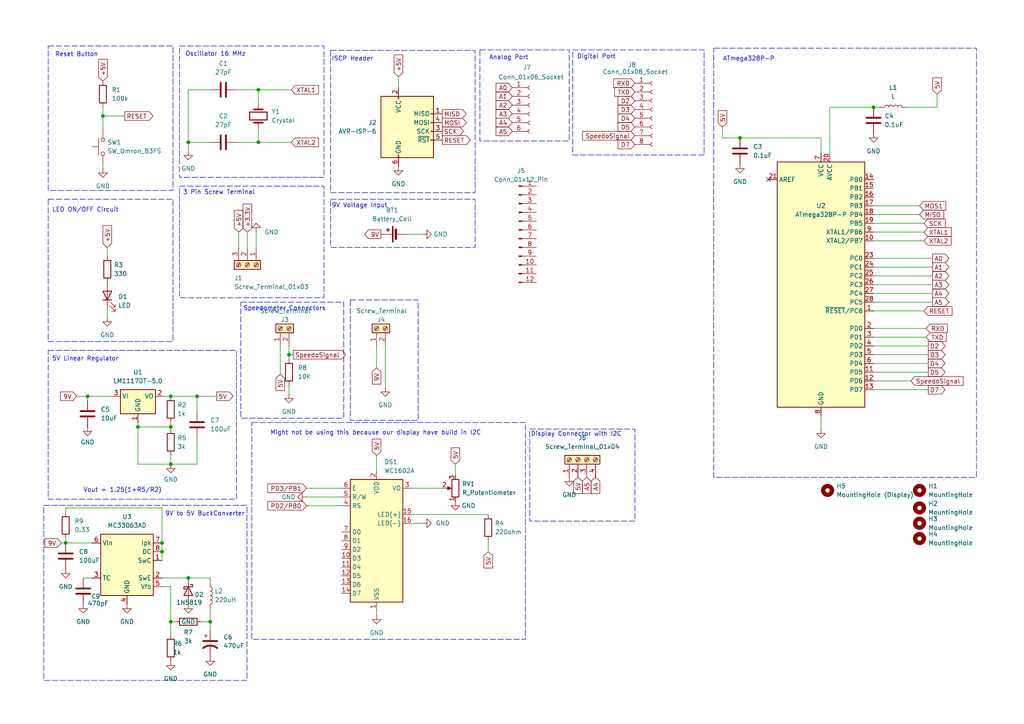
<source format=kicad_sch>
(kicad_sch (version 20231120) (generator "eeschema") (generator_version "8.0")
  (paper "A4")
  (lib_symbols
    (symbol "Connector:AVR-ISP-6" (pin_names (offset 1.016))
      (property "Reference" "J" (at -6.35 11.43 0))
      (property "Value" "AVR-ISP-6" (at 0 11.43 0))
      (symbol "AVR-ISP-6_1_1"
        (pin passive line (at 10.16 5.08 180) (length 2.54) (name "MISO") (number "1"))
        (pin passive line (at -2.54 12.7 270) (length 2.54) (name "VCC") (number "2"))
        (pin passive line (at 10.16 0 180) (length 2.54) (name "SCK") (number "3"))
        (pin passive line (at 10.16 2.54 180) (length 2.54) (name "MOSI") (number "4"))
        (pin passive line (at 10.16 -2.54 180) (length 2.54) (name "~{RST}") (number "5"))
        (pin passive line (at -2.54 -10.16 90) (length 2.54) (name "GND") (number "6"))
      )
    )
    (symbol "Connector:Conn_01x06_Socket" (pin_names (offset 1.016) hide)
      (property "Reference" "J" (at 0 7.62 0))
      (property "Value" "Conn_01x06_Socket" (at 0 -10.16 0))
      (symbol "Conn_01x06_Socket_1_1"
        (pin passive line (at -5.08 5.08 0) (length 3.81) (name "Pin_1") (number "1"))
        (pin passive line (at -5.08 2.54 0) (length 3.81) (name "Pin_2") (number "2"))
        (pin passive line (at -5.08 0 0) (length 3.81) (name "Pin_3") (number "3"))
        (pin passive line (at -5.08 -2.54 0) (length 3.81) (name "Pin_4") (number "4"))
        (pin passive line (at -5.08 -5.08 0) (length 3.81) (name "Pin_5") (number "5"))
        (pin passive line (at -5.08 -7.62 0) (length 3.81) (name "Pin_6") (number "6"))
      )
    )
    (symbol "Connector:Conn_01x08_Socket" (pin_names (offset 1.016) hide)
      (property "Reference" "J" (at 0 10.16 0))
      (property "Value" "Conn_01x08_Socket" (at 0 -12.7 0))
      (symbol "Conn_01x08_Socket_1_1"
        (pin passive line (at -5.08 7.62 0) (length 3.81) (name "Pin_1") (number "1"))
        (pin passive line (at -5.08 5.08 0) (length 3.81) (name "Pin_2") (number "2"))
        (pin passive line (at -5.08 2.54 0) (length 3.81) (name "Pin_3") (number "3"))
        (pin passive line (at -5.08 0 0) (length 3.81) (name "Pin_4") (number "4"))
        (pin passive line (at -5.08 -2.54 0) (length 3.81) (name "Pin_5") (number "5"))
        (pin passive line (at -5.08 -5.08 0) (length 3.81) (name "Pin_6") (number "6"))
        (pin passive line (at -5.08 -7.62 0) (length 3.81) (name "Pin_7") (number "7"))
        (pin passive line (at -5.08 -10.16 0) (length 3.81) (name "Pin_8") (number "8"))
      )
    )
    (symbol "Connector:Conn_01x12_Pin" (pin_names (offset 1.016) hide)
      (property "Reference" "J" (at 0 15.24 0))
      (property "Value" "Conn_01x12_Pin" (at 0 -17.78 0))
      (symbol "Conn_01x12_Pin_1_1"
        (pin passive line (at 5.08 12.7 180) (length 3.81) (name "Pin_1") (number "1"))
        (pin passive line (at 5.08 -10.16 180) (length 3.81) (name "Pin_10") (number "10"))
        (pin passive line (at 5.08 -12.7 180) (length 3.81) (name "Pin_11") (number "11"))
        (pin passive line (at 5.08 -15.24 180) (length 3.81) (name "Pin_12") (number "12"))
        (pin passive line (at 5.08 10.16 180) (length 3.81) (name "Pin_2") (number "2"))
        (pin passive line (at 5.08 7.62 180) (length 3.81) (name "Pin_3") (number "3"))
        (pin passive line (at 5.08 5.08 180) (length 3.81) (name "Pin_4") (number "4"))
        (pin passive line (at 5.08 2.54 180) (length 3.81) (name "Pin_5") (number "5"))
        (pin passive line (at 5.08 0 180) (length 3.81) (name "Pin_6") (number "6"))
        (pin passive line (at 5.08 -2.54 180) (length 3.81) (name "Pin_7") (number "7"))
        (pin passive line (at 5.08 -5.08 180) (length 3.81) (name "Pin_8") (number "8"))
        (pin passive line (at 5.08 -7.62 180) (length 3.81) (name "Pin_9") (number "9"))
      )
    )
    (symbol "Connector:Screw_Terminal_01x02" (pin_names (offset 1.016) hide)
      (property "Reference" "J" (at 0 2.54 0))
      (property "Value" "Screw_Terminal_01x02" (at 0 -5.08 0))
      (symbol "Screw_Terminal_01x02_1_1"
        (pin passive line (at -5.08 0 0) (length 3.81) (name "Pin_1") (number "1"))
        (pin passive line (at -5.08 -2.54 0) (length 3.81) (name "Pin_2") (number "2"))
      )
    )
    (symbol "Connector:Screw_Terminal_01x03" (pin_names (offset 1.016) hide)
      (property "Reference" "J" (at 0 5.08 0))
      (property "Value" "Screw_Terminal_01x03" (at 0 -5.08 0))
      (symbol "Screw_Terminal_01x03_1_1"
        (pin passive line (at -5.08 2.54 0) (length 3.81) (name "Pin_1") (number "1"))
        (pin passive line (at -5.08 0 0) (length 3.81) (name "Pin_2") (number "2"))
        (pin passive line (at -5.08 -2.54 0) (length 3.81) (name "Pin_3") (number "3"))
      )
    )
    (symbol "Connector:Screw_Terminal_01x04" (pin_names (offset 1.016) hide)
      (property "Reference" "J" (at 0 5.08 0))
      (property "Value" "Screw_Terminal_01x04" (at 0 -7.62 0))
      (symbol "Screw_Terminal_01x04_1_1"
        (pin passive line (at -5.08 2.54 0) (length 3.81) (name "Pin_1") (number "1"))
        (pin passive line (at -5.08 0 0) (length 3.81) (name "Pin_2") (number "2"))
        (pin passive line (at -5.08 -2.54 0) (length 3.81) (name "Pin_3") (number "3"))
        (pin passive line (at -5.08 -5.08 0) (length 3.81) (name "Pin_4") (number "4"))
      )
    )
    (symbol "Device:Battery_Cell" (pin_numbers hide) (pin_names (offset 0) hide)
      (property "Reference" "BT" (at 2.54 2.54 0))
      (property "Value" "Battery_Cell" (at 2.54 0 0))
      (symbol "Battery_Cell_1_1"
        (pin passive line (at 0 5.08 270) (length 2.54) (name "+") (number "1"))
        (pin passive line (at 0 -2.54 90) (length 2.54) (name "-") (number "2"))
      )
    )
    (symbol "Device:C" (pin_numbers hide) (pin_names (offset 0.254))
      (property "Reference" "C" (at 0.635 2.54 0))
      (property "Value" "C" (at 0.635 -2.54 0))
      (symbol "C_1_1"
        (pin passive line (at 0 3.81 270) (length 2.794) (name "~") (number "1"))
        (pin passive line (at 0 -3.81 90) (length 2.794) (name "~") (number "2"))
      )
    )
    (symbol "Device:C_Polarized_US" (pin_numbers hide) (pin_names (offset 0.254) hide)
      (property "Reference" "C" (at 0.635 2.54 0))
      (property "Value" "C_Polarized_US" (at 0.635 -2.54 0))
      (symbol "C_Polarized_US_1_1"
        (pin passive line (at 0 3.81 270) (length 2.794) (name "~") (number "1"))
        (pin passive line (at 0 -3.81 90) (length 3.302) (name "~") (number "2"))
      )
    )
    (symbol "Device:Crystal" (pin_numbers hide) (pin_names (offset 1.016) hide)
      (property "Reference" "Y" (at 0 3.81 0))
      (property "Value" "Crystal" (at 0 -3.81 0))
      (symbol "Crystal_1_1"
        (pin passive line (at -3.81 0 0) (length 1.27) (name "1") (number "1"))
        (pin passive line (at 3.81 0 180) (length 1.27) (name "2") (number "2"))
      )
    )
    (symbol "Device:L" (pin_numbers hide) (pin_names (offset 1.016) hide)
      (property "Reference" "L" (at -1.27 0 90))
      (property "Value" "L" (at 1.905 0 90))
      (symbol "L_1_1"
        (pin passive line (at 0 3.81 270) (length 1.27) (name "1") (number "1"))
        (pin passive line (at 0 -3.81 90) (length 1.27) (name "2") (number "2"))
      )
    )
    (symbol "Device:LED" (pin_numbers hide) (pin_names (offset 1.016) hide)
      (property "Reference" "D" (at 0 2.54 0))
      (property "Value" "LED" (at 0 -2.54 0))
      (symbol "LED_1_1"
        (pin passive line (at -3.81 0 0) (length 2.54) (name "K") (number "1"))
        (pin passive line (at 3.81 0 180) (length 2.54) (name "A") (number "2"))
      )
    )
    (symbol "Device:R" (pin_numbers hide) (pin_names (offset 0))
      (property "Reference" "R" (at 2.032 0 90))
      (property "Value" "R" (at 0 0 90))
      (symbol "R_1_1"
        (pin passive line (at 0 3.81 270) (length 1.27) (name "~") (number "1"))
        (pin passive line (at 0 -3.81 90) (length 1.27) (name "~") (number "2"))
      )
    )
    (symbol "Device:R_Potentiometer" (pin_names (offset 1.016) hide)
      (property "Reference" "RV" (at -4.445 0 90))
      (property "Value" "R_Potentiometer" (at -2.54 0 90))
      (symbol "R_Potentiometer_1_1"
        (pin passive line (at 0 3.81 270) (length 1.27) (name "1") (number "1"))
        (pin passive line (at 3.81 0 180) (length 1.27) (name "2") (number "2"))
        (pin passive line (at 0 -3.81 90) (length 1.27) (name "3") (number "3"))
      )
    )
    (symbol "Diode:1N5819" (pin_numbers hide) (pin_names (offset 1.016) hide)
      (property "Reference" "D" (at 0 2.54 0))
      (property "Value" "1N5819" (at 0 -2.54 0))
      (symbol "1N5819_1_1"
        (pin passive line (at -3.81 0 0) (length 2.54) (name "K") (number "1"))
        (pin passive line (at 3.81 0 180) (length 2.54) (name "A") (number "2"))
      )
    )
    (symbol "Display_Character:WC1602A"
      (property "Reference" "DS" (at -5.842 19.05 0))
      (property "Value" "WC1602A" (at 5.334 19.05 0))
      (symbol "WC1602A_1_1"
        (pin power_in line (at 0 -20.32 90) (length 2.54) (name "VSS") (number "1"))
        (pin input line (at -10.16 -5.08 0) (length 2.54) (name "D3") (number "10"))
        (pin input line (at -10.16 -7.62 0) (length 2.54) (name "D4") (number "11"))
        (pin input line (at -10.16 -10.16 0) (length 2.54) (name "D5") (number "12"))
        (pin input line (at -10.16 -12.7 0) (length 2.54) (name "D6") (number "13"))
        (pin input line (at -10.16 -15.24 0) (length 2.54) (name "D7") (number "14"))
        (pin power_in line (at 10.16 7.62 180) (length 2.54) (name "LED(+)") (number "15"))
        (pin power_in line (at 10.16 5.08 180) (length 2.54) (name "LED(-)") (number "16"))
        (pin power_in line (at 0 20.32 270) (length 2.54) (name "VDD") (number "2"))
        (pin input line (at 10.16 15.24 180) (length 2.54) (name "VO") (number "3"))
        (pin input line (at -10.16 10.16 0) (length 2.54) (name "RS") (number "4"))
        (pin input line (at -10.16 12.7 0) (length 2.54) (name "R/W") (number "5"))
        (pin input line (at -10.16 15.24 0) (length 2.54) (name "E") (number "6"))
        (pin input line (at -10.16 2.54 0) (length 2.54) (name "D0") (number "7"))
        (pin input line (at -10.16 0 0) (length 2.54) (name "D1") (number "8"))
        (pin input line (at -10.16 -2.54 0) (length 2.54) (name "D2") (number "9"))
      )
    )
    (symbol "MCU_Microchip_ATmega:ATmega328P-P"
      (property "Reference" "U" (at -12.7 36.83 0))
      (property "Value" "ATmega328P-P" (at 2.54 -36.83 0))
      (symbol "ATmega328P-P_1_1"
        (pin bidirectional line (at 15.24 -7.62 180) (length 2.54) (name "~{RESET}/PC6") (number "1"))
        (pin bidirectional line (at 15.24 12.7 180) (length 2.54) (name "XTAL2/PB7") (number "10"))
        (pin bidirectional line (at 15.24 -25.4 180) (length 2.54) (name "PD5") (number "11"))
        (pin bidirectional line (at 15.24 -27.94 180) (length 2.54) (name "PD6") (number "12"))
        (pin bidirectional line (at 15.24 -30.48 180) (length 2.54) (name "PD7") (number "13"))
        (pin bidirectional line (at 15.24 30.48 180) (length 2.54) (name "PB0") (number "14"))
        (pin bidirectional line (at 15.24 27.94 180) (length 2.54) (name "PB1") (number "15"))
        (pin bidirectional line (at 15.24 25.4 180) (length 2.54) (name "PB2") (number "16"))
        (pin bidirectional line (at 15.24 22.86 180) (length 2.54) (name "PB3") (number "17"))
        (pin bidirectional line (at 15.24 20.32 180) (length 2.54) (name "PB4") (number "18"))
        (pin bidirectional line (at 15.24 17.78 180) (length 2.54) (name "PB5") (number "19"))
        (pin bidirectional line (at 15.24 -12.7 180) (length 2.54) (name "PD0") (number "2"))
        (pin power_in line (at 2.54 38.1 270) (length 2.54) (name "AVCC") (number "20"))
        (pin passive line (at -15.24 30.48 0) (length 2.54) (name "AREF") (number "21"))
        (pin passive line (at 0 -38.1 90) (length 2.54) hide (name "GND") (number "22"))
        (pin bidirectional line (at 15.24 7.62 180) (length 2.54) (name "PC0") (number "23"))
        (pin bidirectional line (at 15.24 5.08 180) (length 2.54) (name "PC1") (number "24"))
        (pin bidirectional line (at 15.24 2.54 180) (length 2.54) (name "PC2") (number "25"))
        (pin bidirectional line (at 15.24 0 180) (length 2.54) (name "PC3") (number "26"))
        (pin bidirectional line (at 15.24 -2.54 180) (length 2.54) (name "PC4") (number "27"))
        (pin bidirectional line (at 15.24 -5.08 180) (length 2.54) (name "PC5") (number "28"))
        (pin bidirectional line (at 15.24 -15.24 180) (length 2.54) (name "PD1") (number "3"))
        (pin bidirectional line (at 15.24 -17.78 180) (length 2.54) (name "PD2") (number "4"))
        (pin bidirectional line (at 15.24 -20.32 180) (length 2.54) (name "PD3") (number "5"))
        (pin bidirectional line (at 15.24 -22.86 180) (length 2.54) (name "PD4") (number "6"))
        (pin power_in line (at 0 38.1 270) (length 2.54) (name "VCC") (number "7"))
        (pin power_in line (at 0 -38.1 90) (length 2.54) (name "GND") (number "8"))
        (pin bidirectional line (at 15.24 15.24 180) (length 2.54) (name "XTAL1/PB6") (number "9"))
      )
    )
    (symbol "Mechanical:MountingHole" (pin_names (offset 1.016)) (exclude_from_sim yes) (in_bom no)
      (property "Reference" "H" (at 0 5.08 0))
      (property "Value" "MountingHole" (at 0 3.175 0))
    )
    (symbol "Regulator_Linear:LM1117DT-5.0"
      (property "Reference" "U" (at -3.81 3.175 0))
      (property "Value" "LM1117DT-5.0" (at 0 3.175 0))
      (symbol "LM1117DT-5.0_1_1"
        (pin power_in line (at 0 -7.62 90) (length 2.54) (name "GND") (number "1"))
        (pin power_out line (at 7.62 0 180) (length 2.54) (name "VO") (number "2"))
        (pin power_in line (at -7.62 0 0) (length 2.54) (name "VI") (number "3"))
      )
    )
    (symbol "Regulator_Switching:MC33063AD"
      (property "Reference" "U" (at -7.62 8.89 0))
      (property "Value" "MC33063AD" (at 0 8.89 0))
      (symbol "MC33063AD_1_1"
        (pin open_collector line (at 10.16 0 180) (length 2.54) (name "SwC") (number "1"))
        (pin open_emitter line (at 10.16 -5.08 180) (length 2.54) (name "SwE") (number "2"))
        (pin passive line (at -10.16 -5.08 0) (length 2.54) (name "TC") (number "3"))
        (pin power_in line (at 0 -12.7 90) (length 2.54) (name "GND") (number "4"))
        (pin input line (at 10.16 -7.62 180) (length 2.54) (name "Vfb") (number "5"))
        (pin power_in line (at -10.16 5.08 0) (length 2.54) (name "Vin") (number "6"))
        (pin input line (at 10.16 5.08 180) (length 2.54) (name "Ipk") (number "7"))
        (pin open_collector line (at 10.16 2.54 180) (length 2.54) (name "DC") (number "8"))
      )
    )
    (symbol "Switch:SW_Omron_B3FS" (pin_numbers hide) (pin_names (offset 1.016) hide)
      (property "Reference" "SW" (at 1.27 2.54 0))
      (property "Value" "SW_Omron_B3FS" (at 0 -1.524 0))
      (symbol "SW_Omron_B3FS_0_1"
        (pin passive line (at -5.08 0 0) (length 2.54) (name "1") (number "1"))
        (pin passive line (at 5.08 0 180) (length 2.54) (name "2") (number "2"))
      )
    )
    (symbol "power:GND" (power) (pin_numbers hide) (pin_names (offset 0) hide)
      (property "Value" "GND" (at 0 -3.81 0))
      (symbol "GND_1_1"
        (pin power_in line (at 0 0 270) (length 0) (name "~") (number "1"))
      )
    )
  )
  (junction (at 74.93 26.035))
  (junction (at 46.99 157.48))
  (junction (at 49.53 114.935))
  (junction (at 49.53 134.62))
  (junction (at 57.15 114.935))
  (junction (at 46.99 160.02))
  (junction (at 25.4 114.935))
  (junction (at 214.63 40.005))
  (junction (at 49.53 123.825))
  (junction (at 74.93 41.275))
  (junction (at 60.96 180.34))
  (junction (at 83.82 102.87))
  (junction (at 19.05 157.48))
  (junction (at 54.61 167.64))
  (junction (at 29.845 33.655))
  (junction (at 40.005 123.825))
  (junction (at 253.365 31.115))
  (junction (at 49.53 180.34))
  (junction (at 54.61 41.275))
  (no_connect (at 222.885 52.07))
  (wire (pts (xy 253.365 113.03) (xy 269.24 113.03)))
  (wire (pts (xy 255.27 31.115) (xy 253.365 31.115)))
  (wire (pts (xy 209.55 36.83) (xy 209.55 40.005)))
  (wire (pts (xy 253.365 59.69) (xy 266.7 59.69)))
  (wire (pts (xy 68.58 26.035) (xy 74.93 26.035)))
  (wire (pts (xy 25.4 116.205) (xy 25.4 114.935)))
  (wire (pts (xy 49.53 123.825) (xy 49.53 124.46)))
  (wire (pts (xy 253.365 80.01) (xy 270.51 80.01)))
  (wire (pts (xy 88.9 141.605) (xy 99.06 141.605)))
  (wire (pts (xy 60.96 176.53) (xy 60.96 180.34)))
  (wire (pts (xy 49.53 132.08) (xy 49.53 134.62)))
  (wire (pts (xy 253.365 69.85) (xy 267.97 69.85)))
  (wire (pts (xy 253.365 85.09) (xy 270.51 85.09)))
  (wire (pts (xy 57.15 114.935) (xy 57.15 119.38)))
  (wire (pts (xy 81.28 100.33) (xy 81.28 108.585)))
  (wire (pts (xy 109.22 100.33) (xy 109.22 106.68)))
  (wire (pts (xy 253.365 62.23) (xy 266.7 62.23)))
  (wire (pts (xy 253.365 87.63) (xy 270.51 87.63)))
  (wire (pts (xy 54.61 26.035) (xy 60.96 26.035)))
  (wire (pts (xy 238.125 120.65) (xy 238.125 124.46)))
  (wire (pts (xy 85.09 102.87) (xy 83.82 102.87)))
  (wire (pts (xy 253.365 90.17) (xy 267.97 90.17)))
  (wire (pts (xy 29.845 33.655) (xy 36.195 33.655)))
  (wire (pts (xy 88.9 144.145) (xy 99.06 144.145)))
  (wire (pts (xy 253.365 105.41) (xy 269.24 105.41)))
  (wire (pts (xy 25.4 114.935) (xy 32.385 114.935)))
  (wire (pts (xy 71.755 67.31) (xy 71.755 71.755)))
  (wire (pts (xy 46.99 170.18) (xy 49.53 170.18)))
  (wire (pts (xy 54.61 167.64) (xy 60.96 167.64)))
  (wire (pts (xy 253.365 74.93) (xy 270.51 74.93)))
  (wire (pts (xy 46.99 167.64) (xy 54.61 167.64)))
  (wire (pts (xy 40.005 122.555) (xy 40.005 123.825)))
  (wire (pts (xy 74.93 26.035) (xy 74.93 29.845)))
  (wire (pts (xy 46.99 160.02) (xy 46.99 162.56)))
  (wire (pts (xy 253.365 110.49) (xy 264.16 110.49)))
  (wire (pts (xy 31.115 71.755) (xy 31.115 74.295)))
  (wire (pts (xy 31.115 89.535) (xy 31.115 92.075)))
  (wire (pts (xy 19.05 147.32) (xy 19.05 148.59)))
  (wire (pts (xy 46.99 147.32) (xy 46.99 157.48)))
  (wire (pts (xy 17.78 157.48) (xy 19.05 157.48)))
  (wire (pts (xy 253.365 102.87) (xy 269.24 102.87)))
  (wire (pts (xy 40.005 123.825) (xy 49.53 123.825)))
  (wire (pts (xy 19.05 157.48) (xy 26.67 157.48)))
  (wire (pts (xy 141.605 160.02) (xy 141.605 156.845)))
  (wire (pts (xy 238.125 40.005) (xy 238.125 44.45)))
  (wire (pts (xy 24.13 167.64) (xy 26.67 167.64)))
  (wire (pts (xy 49.53 122.555) (xy 49.53 123.825)))
  (wire (pts (xy 49.53 134.62) (xy 57.15 134.62)))
  (wire (pts (xy 119.38 151.765) (xy 122.555 151.765)))
  (wire (pts (xy 54.61 41.275) (xy 60.96 41.275)))
  (wire (pts (xy 109.22 177.165) (xy 109.22 178.435)))
  (wire (pts (xy 253.365 64.77) (xy 267.97 64.77)))
  (wire (pts (xy 118.11 67.945) (xy 122.555 67.945)))
  (wire (pts (xy 49.53 180.34) (xy 49.53 184.15)))
  (wire (pts (xy 109.22 132.08) (xy 109.22 136.525)))
  (wire (pts (xy 19.05 156.21) (xy 19.05 157.48)))
  (wire (pts (xy 68.58 41.275) (xy 74.93 41.275)))
  (wire (pts (xy 29.845 33.655) (xy 29.845 37.465)))
  (wire (pts (xy 253.365 82.55) (xy 270.51 82.55)))
  (wire (pts (xy 115.57 22.225) (xy 115.57 25.4)))
  (wire (pts (xy 271.78 27.305) (xy 271.78 31.115)))
  (wire (pts (xy 83.82 102.87) (xy 83.82 104.14)))
  (wire (pts (xy 253.365 77.47) (xy 270.51 77.47)))
  (wire (pts (xy 49.53 170.18) (xy 49.53 180.34)))
  (wire (pts (xy 69.215 67.31) (xy 69.215 71.755)))
  (wire (pts (xy 83.82 111.76) (xy 83.82 114.3)))
  (wire (pts (xy 74.295 67.31) (xy 74.295 71.755)))
  (wire (pts (xy 240.665 31.115) (xy 240.665 44.45)))
  (wire (pts (xy 214.63 40.005) (xy 238.125 40.005)))
  (wire (pts (xy 57.15 114.935) (xy 62.865 114.935)))
  (wire (pts (xy 141.605 149.225) (xy 119.38 149.225)))
  (wire (pts (xy 74.93 37.465) (xy 74.93 41.275)))
  (wire (pts (xy 83.82 100.33) (xy 83.82 102.87)))
  (wire (pts (xy 74.93 26.035) (xy 84.455 26.035)))
  (wire (pts (xy 54.61 43.815) (xy 54.61 41.275)))
  (wire (pts (xy 40.005 123.825) (xy 40.005 134.62)))
  (wire (pts (xy 22.225 114.935) (xy 25.4 114.935)))
  (wire (pts (xy 253.365 100.33) (xy 269.24 100.33)))
  (wire (pts (xy 60.96 167.64) (xy 60.96 168.91)))
  (wire (pts (xy 271.78 31.115) (xy 262.89 31.115)))
  (wire (pts (xy 47.625 114.935) (xy 49.53 114.935)))
  (wire (pts (xy 60.96 180.34) (xy 60.96 182.88)))
  (wire (pts (xy 253.365 95.25) (xy 268.605 95.25)))
  (wire (pts (xy 209.55 40.005) (xy 214.63 40.005)))
  (wire (pts (xy 74.93 41.275) (xy 84.455 41.275)))
  (wire (pts (xy 49.53 114.935) (xy 57.15 114.935)))
  (wire (pts (xy 88.9 146.685) (xy 99.06 146.685)))
  (wire (pts (xy 19.05 147.32) (xy 46.99 147.32)))
  (wire (pts (xy 54.61 41.275) (xy 54.61 26.035)))
  (wire (pts (xy 253.365 97.79) (xy 268.605 97.79)))
  (wire (pts (xy 29.845 31.115) (xy 29.845 33.655)))
  (wire (pts (xy 253.365 107.95) (xy 269.24 107.95)))
  (wire (pts (xy 40.005 134.62) (xy 49.53 134.62)))
  (wire (pts (xy 57.15 127) (xy 57.15 134.62)))
  (wire (pts (xy 111.76 100.33) (xy 111.76 112.395)))
  (wire (pts (xy 46.99 157.48) (xy 46.99 160.02)))
  (wire (pts (xy 50.8 180.34) (xy 49.53 180.34)))
  (wire (pts (xy 253.365 67.31) (xy 267.97 67.31)))
  (wire (pts (xy 58.42 180.34) (xy 60.96 180.34)))
  (wire (pts (xy 253.365 31.115) (xy 240.665 31.115)))
  (wire (pts (xy 128.27 141.605) (xy 119.38 141.605)))
  (wire (pts (xy 132.08 134.62) (xy 132.08 137.795)))
  (wire (pts (xy 29.845 48.895) (xy 29.845 47.625)))
  (rectangle (start 13.97 101.6) (end 68.58 144.78) (stroke (width 0) (type dash)))
  (rectangle (start 13.97 57.785) (end 50.165 99.06) (stroke (width 0) (type dash)))
  (rectangle (start 69.85 87.63) (end 99.695 121.285) (stroke (width 0) (type dash)))
  (rectangle (start 52.07 13.335) (end 93.98 51.435) (stroke (width 0) (type dash)))
  (rectangle (start 101.6 86.995) (end 121.285 121.92) (stroke (width 0) (type dash)))
  (rectangle (start 13.97 13.335) (end 50.165 55.245) (stroke (width 0) (type dash)))
  (rectangle (start 153.67 124.46) (end 184.15 151.13) (stroke (width 0) (type dash)))
  (rectangle (start 95.885 57.785) (end 137.795 71.755) (stroke (width 0) (type dash)))
  (rectangle (start 207.01 13.97) (end 283.21 138.43) (stroke (width 0) (type dash)))
  (rectangle (start 73.025 122.555) (end 152.4 185.42) (stroke (width 0) (type dash)))
  (rectangle (start 139.192 14.478) (end 165.1 40.894) (stroke (width 0) (type dash)))
  (rectangle (start 95.885 14.605) (end 137.795 55.88) (stroke (width 0) (type dash)))
  (rectangle (start 52.07 53.975) (end 93.98 86.36) (stroke (width 0) (type dash)))
  (rectangle (start 166.116 14.478) (end 204.216 44.958) (stroke (width 0) (type dash)))
  (rectangle (start 12.7 146.558) (end 71.628 197.358) (stroke (width 0) (type dash)))
  (text "Might not be using this because our display have build in I2C" (at 108.966 125.603 0) (effects (font (size 1.27 1.27))))
  (text "3 Pin Screw Terminal\n" (at 63.5 55.88 0) (effects (font (size 1.27 1.27))))
  (text "Vout = 1.25(1+R5/R2)" (at 35.56 142.24 0) (effects (font (size 1.27 1.27))))
  (text "Oscillator 16 MHz" (at 62.484 15.748 0) (effects (font (size 1.27 1.27))))
  (text "Digital Port\n" (at 172.974 16.51 0) (effects (font (size 1.27 1.27))))
  (text "Reset Button\n" (at 22.225 15.875 0) (effects (font (size 1.27 1.27))))
  (text "ATmega328P-P" (at 217.17 17.145 0) (effects (font (size 1.27 1.27))))
  (text "5V Linear Regulator\n" (at 24.765 104.14 0) (effects (font (size 1.27 1.27))))
  (text "Analog Port" (at 147.574 16.764 0) (effects (font (size 1.27 1.27))))
  (text "ISCP Header" (at 102.235 17.145 0) (effects (font (size 1.27 1.27))))
  (text "Speedometer Connectors\n" (at 82.55 89.535 0) (effects (font (size 1.27 1.27))))
  (text "9V Voltage Input \n" (at 104.775 59.69 0) (effects (font (size 1.27 1.27))))
  (text "9V to 5V BuckConverter\n" (at 59.436 149.098 0) (effects (font (size 1.27 1.27))))
  (text "Display Connector with I2C\n" (at 167.132 125.984 0) (effects (font (size 1.27 1.27))))
  (text "LED ON/OFF Circuit\n" (at 24.765 60.96 0) (effects (font (size 1.27 1.27))))
  (global_label "XTAL2" (shape input) (at 84.455 41.275 0) (property "Intersheetrefs" "${INTERSHEET_REFS}" (effects (hide yes))))
  (global_label "5V" (shape input) (at 132.08 134.62 90) (property "Intersheetrefs" "${INTERSHEET_REFS}" (effects (hide yes))))
  (global_label "+5V" (shape input) (at 115.57 22.225 90) (property "Intersheetrefs" "${INTERSHEET_REFS}" (effects (hide yes))))
  (global_label "MISO" (shape input) (at 266.7 62.23 0) (property "Intersheetrefs" "${INTERSHEET_REFS}" (effects (hide yes))))
  (global_label "D4" (shape input) (at 184.15 34.29 180) (property "Intersheetrefs" "${INTERSHEET_REFS}" (effects (hide yes))))
  (global_label "A3" (shape input) (at 148.59 33.02 180) (property "Intersheetrefs" "${INTERSHEET_REFS}" (effects (hide yes))))
  (global_label "9V" (shape input) (at 22.225 114.935 180) (property "Intersheetrefs" "${INTERSHEET_REFS}" (effects (hide yes))))
  (global_label "D7" (shape input) (at 184.15 41.91 180) (property "Intersheetrefs" "${INTERSHEET_REFS}" (effects (hide yes))))
  (global_label "MOSI" (shape output) (at 128.27 35.56 0) (property "Intersheetrefs" "${INTERSHEET_REFS}" (effects (hide yes))))
  (global_label "XTAL1" (shape input) (at 84.455 26.035 0) (property "Intersheetrefs" "${INTERSHEET_REFS}" (effects (hide yes))))
  (global_label "RXD" (shape input) (at 184.15 24.13 180) (property "Intersheetrefs" "${INTERSHEET_REFS}" (effects (hide yes))))
  (global_label "A5" (shape output) (at 270.51 87.63 0) (property "Intersheetrefs" "${INTERSHEET_REFS}" (effects (hide yes))))
  (global_label "9V" (shape input) (at 17.78 157.48 180) (property "Intersheetrefs" "${INTERSHEET_REFS}" (effects (hide yes))))
  (global_label "TXD" (shape input) (at 268.605 97.79 0) (property "Intersheetrefs" "${INTERSHEET_REFS}" (effects (hide yes))))
  (global_label "9V" (shape output) (at 110.49 67.945 180) (property "Intersheetrefs" "${INTERSHEET_REFS}" (effects (hide yes))))
  (global_label "PD2{slash}PB0" (shape input) (at 88.9 146.685 180) (property "Intersheetrefs" "${INTERSHEET_REFS}" (effects (hide yes))))
  (global_label "D2" (shape input) (at 184.15 29.21 180) (property "Intersheetrefs" "${INTERSHEET_REFS}" (effects (hide yes))))
  (global_label "5V" (shape input) (at 271.78 27.305 90) (property "Intersheetrefs" "${INTERSHEET_REFS}" (effects (hide yes))))
  (global_label "D4" (shape output) (at 269.24 105.41 0) (property "Intersheetrefs" "${INTERSHEET_REFS}" (effects (hide yes))))
  (global_label "A4" (shape input) (at 172.72 138.43 270) (property "Intersheetrefs" "${INTERSHEET_REFS}" (effects (hide yes))))
  (global_label "A0" (shape input) (at 148.59 25.4 180) (property "Intersheetrefs" "${INTERSHEET_REFS}" (effects (hide yes))))
  (global_label "PD3{slash}PB1" (shape input) (at 88.9 141.605 180) (property "Intersheetrefs" "${INTERSHEET_REFS}" (effects (hide yes))))
  (global_label "5V" (shape input) (at 209.55 36.83 90) (property "Intersheetrefs" "${INTERSHEET_REFS}" (effects (hide yes))))
  (global_label "A4" (shape output) (at 270.51 85.09 0) (property "Intersheetrefs" "${INTERSHEET_REFS}" (effects (hide yes))))
  (global_label "A1" (shape output) (at 270.51 77.47 0) (property "Intersheetrefs" "${INTERSHEET_REFS}" (effects (hide yes))))
  (global_label "A2" (shape input) (at 148.59 30.48 180) (property "Intersheetrefs" "${INTERSHEET_REFS}" (effects (hide yes))))
  (global_label "+3.3V" (shape input) (at 71.755 67.31 90) (property "Intersheetrefs" "${INTERSHEET_REFS}" (effects (hide yes))))
  (global_label "5V" (shape input) (at 167.64 138.43 270) (property "Intersheetrefs" "${INTERSHEET_REFS}" (effects (hide yes))))
  (global_label "SpeedoSignal" (shape output) (at 85.09 102.87 0) (property "Intersheetrefs" "${INTERSHEET_REFS}" (effects (hide yes))))
  (global_label "XTAL2" (shape input) (at 267.97 69.85 0) (property "Intersheetrefs" "${INTERSHEET_REFS}" (effects (hide yes))))
  (global_label "5V" (shape output) (at 62.865 114.935 0) (property "Intersheetrefs" "${INTERSHEET_REFS}" (effects (hide yes))))
  (global_label "A0" (shape output) (at 270.51 74.93 0) (property "Intersheetrefs" "${INTERSHEET_REFS}" (effects (hide yes))))
  (global_label "RESET" (shape output) (at 36.195 33.655 0) (property "Intersheetrefs" "${INTERSHEET_REFS}" (effects (hide yes))))
  (global_label "TXD" (shape input) (at 184.15 26.67 180) (property "Intersheetrefs" "${INTERSHEET_REFS}" (effects (hide yes))))
  (global_label "D5" (shape output) (at 269.24 107.95 0) (property "Intersheetrefs" "${INTERSHEET_REFS}" (effects (hide yes))))
  (global_label "A5" (shape input) (at 148.59 38.1 180) (property "Intersheetrefs" "${INTERSHEET_REFS}" (effects (hide yes))))
  (global_label "A4" (shape input) (at 148.59 35.56 180) (property "Intersheetrefs" "${INTERSHEET_REFS}" (effects (hide yes))))
  (global_label "D2" (shape output) (at 269.24 100.33 0) (property "Intersheetrefs" "${INTERSHEET_REFS}" (effects (hide yes))))
  (global_label "5V" (shape input) (at 109.22 132.08 90) (property "Intersheetrefs" "${INTERSHEET_REFS}" (effects (hide yes))))
  (global_label "D3" (shape input) (at 184.15 31.75 180) (property "Intersheetrefs" "${INTERSHEET_REFS}" (effects (hide yes))))
  (global_label "5V" (shape input) (at 81.28 108.585 270) (property "Intersheetrefs" "${INTERSHEET_REFS}" (effects (hide yes))))
  (global_label "A2" (shape output) (at 270.51 80.01 0) (property "Intersheetrefs" "${INTERSHEET_REFS}" (effects (hide yes))))
  (global_label "SCK" (shape input) (at 267.97 64.77 0) (property "Intersheetrefs" "${INTERSHEET_REFS}" (effects (hide yes))))
  (global_label "RXD" (shape input) (at 268.605 95.25 0) (property "Intersheetrefs" "${INTERSHEET_REFS}" (effects (hide yes))))
  (global_label "MISD" (shape output) (at 128.27 33.02 0) (property "Intersheetrefs" "${INTERSHEET_REFS}" (effects (hide yes))))
  (global_label "D3" (shape output) (at 269.24 102.87 0) (property "Intersheetrefs" "${INTERSHEET_REFS}" (effects (hide yes))))
  (global_label "9V" (shape input) (at 109.22 106.68 270) (property "Intersheetrefs" "${INTERSHEET_REFS}" (effects (hide yes))))
  (global_label "+5V" (shape input) (at 69.215 67.31 90) (property "Intersheetrefs" "${INTERSHEET_REFS}" (effects (hide yes))))
  (global_label "SpeedoSignal" (shape input) (at 264.16 110.49 0) (property "Intersheetrefs" "${INTERSHEET_REFS}" (effects (hide yes))))
  (global_label "D5" (shape input) (at 184.15 36.83 180) (property "Intersheetrefs" "${INTERSHEET_REFS}" (effects (hide yes))))
  (global_label "SpeedoSignal" (shape input) (at 184.15 39.37 180) (property "Intersheetrefs" "${INTERSHEET_REFS}" (effects (hide yes))))
  (global_label "+5V" (shape input) (at 29.845 23.495 90) (property "Intersheetrefs" "${INTERSHEET_REFS}" (effects (hide yes))))
  (global_label "A5" (shape input) (at 170.18 138.43 270) (property "Intersheetrefs" "${INTERSHEET_REFS}" (effects (hide yes))))
  (global_label "5V" (shape input) (at 141.605 160.02 270) (property "Intersheetrefs" "${INTERSHEET_REFS}" (effects (hide yes))))
  (global_label "A1" (shape input) (at 148.59 27.94 180) (property "Intersheetrefs" "${INTERSHEET_REFS}" (effects (hide yes))))
  (global_label "SCK" (shape output) (at 128.27 38.1 0) (property "Intersheetrefs" "${INTERSHEET_REFS}" (effects (hide yes))))
  (global_label "RESET" (shape output) (at 128.27 40.64 0) (property "Intersheetrefs" "${INTERSHEET_REFS}" (effects (hide yes))))
  (global_label "RESET" (shape input) (at 267.97 90.17 0) (property "Intersheetrefs" "${INTERSHEET_REFS}" (effects (hide yes))))
  (global_label "A3" (shape output) (at 270.51 82.55 0) (property "Intersheetrefs" "${INTERSHEET_REFS}" (effects (hide yes))))
  (global_label "XTAL1" (shape input) (at 267.97 67.31 0) (property "Intersheetrefs" "${INTERSHEET_REFS}" (effects (hide yes))))
  (global_label "MOS1" (shape input) (at 266.7 59.69 0) (property "Intersheetrefs" "${INTERSHEET_REFS}" (effects (hide yes))))
  (global_label "D7" (shape output) (at 269.24 113.03 0) (property "Intersheetrefs" "${INTERSHEET_REFS}" (effects (hide yes))))
  (global_label "+5V" (shape input) (at 31.115 71.755 90) (property "Intersheetrefs" "${INTERSHEET_REFS}" (effects (hide yes))))
  (symbol (lib_id "power:GND") (at 122.555 67.945 90) (unit 1)
    (property "Reference" "#PWR011" (effects (hide yes)))
    (property "Value" "GND" (at 125.73 67.9449 90) (effects (justify right)))
    (property "Description" "Power symbol creates a global label with name \"GND\" , ground" (effects (hide yes)))
  )
  (symbol (lib_id "MCU_Microchip_ATmega:ATmega328P-P") (at 238.125 82.55 0) (unit 1)
    (property "Reference" "U2" (at 238.125 59.69 0))
    (property "Value" "ATmega328P-P" (at 238.125 62.23 0))
    (property "Footprint" "Package_DIP:DIP-28_W7.62mm" (effects (hide yes)))
    (property "Datasheet" "http://ww1.microchip.com/downloads/en/DeviceDoc/ATmega328_P%20AVR%20MCU%20with%20picoPower%20Technology%20Data%20Sheet%2040001984A.pdf" (effects (hide yes)))
    (property "Description" "20MHz, 32kB Flash, 2kB SRAM, 1kB EEPROM, DIP-28" (effects (hide yes)))
  )
  (symbol (lib_id "Device:C") (at 57.15 123.19 0) (unit 1)
    (property "Reference" "C7" (at 60.96 121.9199 0) (effects (justify left)))
    (property "Value" "100uF" (at 60.96 124.4599 0) (effects (justify left)))
    (property "Footprint" "Capacitor_SMD:C_0805_2012Metric_Pad1.18x1.45mm_HandSolder" (effects (hide yes)))
    (property "Description" "Unpolarized capacitor" (effects (hide yes)))
  )
  (symbol (lib_id "Device:C") (at 64.77 26.035 90) (unit 1)
    (property "Reference" "C1" (at 64.77 18.415 90))
    (property "Value" "27pF" (at 64.77 20.955 90))
    (property "Footprint" "Capacitor_SMD:C_0805_2012Metric_Pad1.18x1.45mm_HandSolder" (effects (hide yes)))
    (property "Description" "Unpolarized capacitor" (effects (hide yes)))
  )
  (symbol (lib_id "power:GND") (at 214.63 47.625 0) (unit 1)
    (property "Reference" "#PWR04" (effects (hide yes)))
    (property "Value" "GND" (at 214.63 52.705 0))
    (property "Description" "Power symbol creates a global label with name \"GND\" , ground" (effects (hide yes)))
  )
  (symbol (lib_id "Device:C") (at 214.63 43.815 0) (unit 1)
    (property "Reference" "C3" (at 218.44 42.5449 0) (effects (justify left)))
    (property "Value" "0.1uF" (at 218.44 45.0849 0) (effects (justify left)))
    (property "Footprint" "Capacitor_SMD:C_0805_2012Metric_Pad1.18x1.45mm_HandSolder" (effects (hide yes)))
    (property "Description" "Unpolarized capacitor" (effects (hide yes)))
  )
  (symbol (lib_id "power:GND") (at 24.13 175.26 0) (unit 1)
    (property "Reference" "#PWR024" (effects (hide yes)))
    (property "Value" "GND" (at 24.13 180.34 0))
    (property "Description" "Power symbol creates a global label with name \"GND\" , ground" (effects (hide yes)))
  )
  (symbol (lib_id "Device:LED") (at 31.115 85.725 90) (unit 1)
    (property "Reference" "D1" (at 34.29 86.0424 90) (effects (justify right)))
    (property "Value" "LED" (at 34.29 88.5824 90) (effects (justify right)))
    (property "Footprint" "LED_SMD:LED_0805_2012Metric_Pad1.15x1.40mm_HandSolder" (effects (hide yes)))
    (property "Description" "Light emitting diode" (effects (hide yes)))
  )
  (symbol (lib_id "Mechanical:MountingHole") (at 240.03 142.24 0) (unit 1) (exclude_from_sim yes) (in_bom no)
    (property "Reference" "H5" (at 242.57 140.9699 0) (effects (justify left)))
    (property "Value" "MountingHole (Display)" (at 242.57 143.5099 0) (effects (justify left)))
    (property "Description" "Mounting Hole without connection" (effects (hide yes)))
  )
  (symbol (lib_id "Switch:SW_Omron_B3FS") (at 29.845 42.545 90) (unit 1)
    (property "Reference" "SW1" (at 31.115 41.2749 90) (effects (justify right)))
    (property "Value" "SW_Omron_B3FS" (at 31.115 43.8149 90) (effects (justify right)))
    (property "Footprint" "Button_Switch_THT:SW_Tactile_Straight_KSL0Axx1LFTR" (effects (hide yes)))
    (property "Datasheet" "https://omronfs.omron.com/en_US/ecb/products/pdf/en-b3fs.pdf" (effects (hide yes)))
    (property "Description" "Omron B3FS 6x6mm single pole normally-open tactile switch" (effects (hide yes)))
  )
  (symbol (lib_id "power:GND") (at 165.1 138.43 0) (unit 1)
    (property "Reference" "#PWR020" (effects (hide yes)))
    (property "Value" "GND" (at 165.1 143.51 0))
    (property "Description" "Power symbol creates a global label with name \"GND\" , ground" (effects (hide yes)))
  )
  (symbol (lib_id "power:GND") (at 60.96 190.5 0) (unit 1)
    (property "Reference" "#PWR021" (effects (hide yes)))
    (property "Value" "GND" (at 60.96 195.58 0))
    (property "Description" "Power symbol creates a global label with name \"GND\" , ground" (effects (hide yes)))
  )
  (symbol (lib_id "power:GND") (at 54.61 175.26 0) (unit 1)
    (property "Reference" "#PWR022" (effects (hide yes)))
    (property "Value" "GND" (at 54.61 180.34 0))
    (property "Description" "Power symbol creates a global label with name \"GND\" , ground" (effects (hide yes)))
  )
  (symbol (lib_id "Device:R") (at 141.605 153.035 0) (unit 1)
    (property "Reference" "R4" (at 143.51 151.7649 0) (effects (justify left)))
    (property "Value" "220ohm" (at 143.51 154.3049 0) (effects (justify left)))
    (property "Footprint" "Resistor_SMD:R_0805_2012Metric_Pad1.20x1.40mm_HandSolder" (effects (hide yes)))
    (property "Description" "Resistor" (effects (hide yes)))
  )
  (symbol (lib_id "power:GND") (at 74.295 67.31 180) (unit 1)
    (property "Reference" "#PWR08" (effects (hide yes)))
    (property "Value" "GND" (at 78.74 67.31 0))
    (property "Description" "Power symbol creates a global label with name \"GND\" , ground" (effects (hide yes)))
  )
  (symbol (lib_id "Regulator_Linear:LM1117DT-5.0") (at 40.005 114.935 0) (unit 1)
    (property "Reference" "U1" (at 40.005 107.95 0))
    (property "Value" "LM1117DT-5.0" (at 40.005 110.49 0))
    (property "Footprint" "Package_TO_SOT_SMD:TO-252-3_TabPin2" (effects (hide yes)))
    (property "Datasheet" "http://www.ti.com/lit/ds/symlink/lm1117.pdf" (effects (hide yes)))
    (property "Description" "800mA Low-Dropout Linear Regulator, 5.0V fixed output, TO-252" (effects (hide yes)))
  )
  (symbol (lib_id "power:GND") (at 88.9 144.145 270) (unit 1)
    (property "Reference" "#PWR018" (effects (hide yes)))
    (property "Value" "GND" (at 85.725 144.1449 90) (effects (justify right)))
    (property "Description" "Power symbol creates a global label with name \"GND\" , ground" (effects (hide yes)))
  )
  (symbol (lib_id "Device:Battery_Cell") (at 115.57 67.945 90) (unit 1)
    (property "Reference" "BT1" (at 113.7285 60.96 90))
    (property "Value" "Battery_Cell" (at 113.7285 63.5 90))
    (property "Footprint" "Battery:BatteryHolder_MPD_BA9VPC_1xPP3" (effects (hide yes)))
    (property "Description" "Single-cell battery" (effects (hide yes)))
  )
  (symbol (lib_id "Device:R") (at 29.845 27.305 0) (unit 1)
    (property "Reference" "R1" (at 32.385 26.0349 0) (effects (justify left)))
    (property "Value" "100k" (at 32.385 28.5749 0) (effects (justify left)))
    (property "Footprint" "Resistor_SMD:R_0805_2012Metric_Pad1.20x1.40mm_HandSolder" (effects (hide yes)))
    (property "Description" "Resistor" (effects (hide yes)))
  )
  (symbol (lib_id "Diode:1N5819") (at 54.61 171.45 270) (unit 1)
    (property "Reference" "D2" (at 56.388 172.466 90) (effects (justify left)))
    (property "Value" "1N5819" (at 51.054 174.752 90) (effects (justify left)))
    (property "Footprint" "Diode_THT:D_DO-41_SOD81_P10.16mm_Horizontal" (effects (hide yes)))
    (property "Datasheet" "http://www.vishay.com/docs/88525/1n5817.pdf" (effects (hide yes)))
    (property "Description" "40V 1A Schottky Barrier Rectifier Diode, DO-41" (effects (hide yes)))
  )
  (symbol (lib_id "Connector:Conn_01x08_Socket") (at 189.23 31.75 0) (unit 1)
    (property "Reference" "J8" (at 182.118 18.796 0) (effects (justify left)))
    (property "Value" "Conn_01x08_Socket" (at 174.752 20.828 0) (effects (justify left)))
    (property "Footprint" "Connector_PinSocket_2.54mm:PinSocket_1x08_P2.54mm_Vertical" (effects (hide yes)))
    (property "Description" "Generic connector, single row, 01x08, script generated" (effects (hide yes)))
  )
  (symbol (lib_id "power:GND") (at 132.08 145.415 0) (unit 1)
    (property "Reference" "#PWR017" (effects (hide yes)))
    (property "Value" "GND" (at 135.89 146.685 0))
    (property "Description" "Power symbol creates a global label with name \"GND\" , ground" (effects (hide yes)))
  )
  (symbol (lib_id "Connector:Screw_Terminal_01x02") (at 81.28 95.25 90) (unit 1)
    (property "Reference" "J3" (at 83.82 92.71 90) (effects (justify left)))
    (property "Value" "Screw_Terminal" (at 90.17 90.17 90) (effects (justify left)))
    (property "Footprint" "TerminalBlock_TE-Connectivity:TerminalBlock_TE_282834-2_1x02_P2.54mm_Horizontal" (effects (hide yes)))
    (property "Description" "Generic screw terminal, single row, 01x02, script generated (kicad-library-utils/schlib/autogen/connector/)" (effects (hide yes)))
  )
  (symbol (lib_id "Device:C") (at 24.13 171.45 0) (unit 1)
    (property "Reference" "C9" (at 26.416 172.974 0) (effects (justify left)))
    (property "Value" "470pF" (at 25.4 175.006 0) (effects (justify left)))
    (property "Footprint" "Capacitor_SMD:C_0805_2012Metric_Pad1.18x1.45mm_HandSolder" (effects (hide yes)))
    (property "Description" "Unpolarized capacitor" (effects (hide yes)))
  )
  (symbol (lib_id "power:GND") (at 25.4 123.825 0) (unit 1)
    (property "Reference" "#PWR07" (effects (hide yes)))
    (property "Value" "GND" (at 25.4 128.27 0))
    (property "Description" "Power symbol creates a global label with name \"GND\" , ground" (effects (hide yes)))
  )
  (symbol (lib_id "Device:C") (at 253.365 34.925 0) (unit 1)
    (property "Reference" "C4" (at 256.54 33.6549 0) (effects (justify left)))
    (property "Value" "0.1uF" (at 256.54 36.1949 0) (effects (justify left)))
    (property "Footprint" "Capacitor_SMD:C_0805_2012Metric_Pad1.18x1.45mm_HandSolder" (effects (hide yes)))
    (property "Description" "Unpolarized capacitor" (effects (hide yes)))
  )
  (symbol (lib_id "Device:C") (at 19.05 161.29 0) (unit 1)
    (property "Reference" "C8" (at 22.86 160.0199 0) (effects (justify left)))
    (property "Value" "100uF" (at 22.86 162.5599 0) (effects (justify left)))
    (property "Footprint" "Capacitor_SMD:C_0805_2012Metric_Pad1.18x1.45mm_HandSolder" (effects (hide yes)))
    (property "Description" "Unpolarized capacitor" (effects (hide yes)))
  )
  (symbol (lib_id "power:GND") (at 29.845 48.895 0) (unit 1)
    (property "Reference" "#PWR01" (effects (hide yes)))
    (property "Value" "GND" (at 29.845 53.975 0))
    (property "Description" "Power symbol creates a global label with name \"GND\" , ground" (effects (hide yes)))
  )
  (symbol (lib_id "Mechanical:MountingHole") (at 266.7 147.32 0) (unit 1) (exclude_from_sim yes) (in_bom no)
    (property "Reference" "H2" (at 269.24 146.0499 0) (effects (justify left)))
    (property "Value" "MountingHole" (at 269.24 148.5899 0) (effects (justify left)))
    (property "Footprint" "MountingHole:MountingHole_2.2mm_M2_DIN965_Pad" (effects (hide yes)))
    (property "Description" "Mounting Hole without connection" (effects (hide yes)))
  )
  (symbol (lib_id "Display_Character:WC1602A") (at 109.22 156.845 0) (unit 1)
    (property "Reference" "DS1" (at 111.4141 133.985 0) (effects (justify left)))
    (property "Value" "WC1602A" (at 111.4141 136.525 0) (effects (justify left)))
    (property "Footprint" "Display:WC1602A" (effects (hide yes)))
    (property "Datasheet" "http://www.wincomlcd.com/pdf/WC1602A-SFYLYHTC06.pdf" (effects (hide yes)))
    (property "Description" "LCD 16x2 Alphanumeric , 8 bit parallel bus, 5V VDD" (effects (hide yes)))
  )
  (symbol (lib_id "Device:Crystal") (at 74.93 33.655 90) (unit 1)
    (property "Reference" "Y1" (at 78.74 32.3849 90) (effects (justify right)))
    (property "Value" "Crystal" (at 78.74 34.9249 90) (effects (justify right)))
    (property "Footprint" "Crystal:Crystal_SMD_7050-2Pin_7.0x5.0mm_HandSoldering" (effects (hide yes)))
    (property "Description" "Two pin crystal" (effects (hide yes)))
  )
  (symbol (lib_id "Device:R_Potentiometer") (at 132.08 141.605 180) (unit 1)
    (property "Reference" "RV1" (at 133.985 140.3349 0) (effects (justify right)))
    (property "Value" "R_Potentiometer" (at 133.985 142.8749 0) (effects (justify right)))
    (property "Footprint" "Potentiometer_SMD:Potentiometer_ACP_CA6-VSMD_Vertical_Hole" (effects (hide yes)))
    (property "Description" "Potentiometer" (effects (hide yes)))
  )
  (symbol (lib_id "Mechanical:MountingHole") (at 266.7 142.24 0) (unit 1) (exclude_from_sim yes) (in_bom no)
    (property "Reference" "H1" (at 269.24 140.9699 0) (effects (justify left)))
    (property "Value" "MountingHole" (at 269.24 143.5099 0) (effects (justify left)))
    (property "Footprint" "MountingHole:MountingHole_2.2mm_M2_DIN965_Pad" (effects (hide yes)))
    (property "Description" "Mounting Hole without connection" (effects (hide yes)))
  )
  (symbol (lib_id "Connector:AVR-ISP-6") (at 118.11 38.1 0) (unit 1)
    (property "Reference" "J2" (at 109.22 35.5599 0) (effects (justify right)))
    (property "Value" "AVR-ISP-6" (at 109.22 38.0999 0) (effects (justify right)))
    (property "Footprint" "Connector_IDC:IDC-Header_2x03_P2.54mm_Vertical" (effects (hide yes)))
    (property "Description" "Atmel 6-pin ISP connector" (effects (hide yes)))
  )
  (symbol (lib_id "Connector:Conn_01x12_Pin") (at 150.495 66.675 0) (unit 1)
    (property "Reference" "J5" (at 151.13 49.53 0))
    (property "Value" "Conn_01x12_Pin" (at 151.13 52.07 0))
    (property "Description" "Generic connector, single row, 01x12, script generated" (effects (hide yes)))
  )
  (symbol (lib_id "Mechanical:MountingHole") (at 266.7 151.765 0) (unit 1) (exclude_from_sim yes) (in_bom no)
    (property "Reference" "H3" (at 269.24 150.4949 0) (effects (justify left)))
    (property "Value" "MountingHole" (at 269.24 153.0349 0) (effects (justify left)))
    (property "Footprint" "MountingHole:MountingHole_2.2mm_M2_DIN965_Pad" (effects (hide yes)))
    (property "Description" "Mounting Hole without connection" (effects (hide yes)))
  )
  (symbol (lib_id "Device:L") (at 259.08 31.115 90) (unit 1)
    (property "Reference" "L1" (at 259.08 25.4 90))
    (property "Value" "L" (at 259.08 27.94 90))
    (property "Footprint" "Inductor_SMD:L_0805_2012Metric_Pad1.15x1.40mm_HandSolder" (effects (hide yes)))
    (property "Description" "Inductor" (effects (hide yes)))
  )
  (symbol (lib_id "power:GND") (at 83.82 114.3 0) (unit 1)
    (property "Reference" "#PWR012" (effects (hide yes)))
    (property "Value" "GND" (at 83.82 119.38 0))
    (property "Description" "Power symbol creates a global label with name \"GND\" , ground" (effects (hide yes)))
  )
  (symbol (lib_id "power:GND") (at 115.57 48.26 0) (unit 1)
    (property "Reference" "#PWR03" (effects (hide yes)))
    (property "Value" "GND" (at 115.57 53.34 0))
    (property "Description" "Power symbol creates a global label with name \"GND\" , ground" (effects (hide yes)))
  )
  (symbol (lib_id "power:GND") (at 122.555 151.765 90) (unit 1)
    (property "Reference" "#PWR016" (effects (hide yes)))
    (property "Value" "GND" (at 126.365 151.7649 90) (effects (justify right)))
    (property "Description" "Power symbol creates a global label with name \"GND\" , ground" (effects (hide yes)))
  )
  (symbol (lib_id "Device:C") (at 25.4 120.015 0) (unit 1)
    (property "Reference" "C5" (at 29.21 118.7449 0) (effects (justify left)))
    (property "Value" "10uF" (at 29.21 121.2849 0) (effects (justify left)))
    (property "Footprint" "Capacitor_SMD:C_0805_2012Metric_Pad1.18x1.45mm_HandSolder" (effects (hide yes)))
    (property "Description" "Unpolarized capacitor" (effects (hide yes)))
  )
  (symbol (lib_id "power:GND") (at 111.76 112.395 0) (unit 1)
    (property "Reference" "#PWR019" (effects (hide yes)))
    (property "Value" "GND" (at 111.76 117.475 0))
    (property "Description" "Power symbol creates a global label with name \"GND\" , ground" (effects (hide yes)))
  )
  (symbol (lib_id "power:GND") (at 31.115 92.075 0) (unit 1)
    (property "Reference" "#PWR09" (effects (hide yes)))
    (property "Value" "GND" (at 31.115 97.155 0))
    (property "Description" "Power symbol creates a global label with name \"GND\" , ground" (effects (hide yes)))
  )
  (symbol (lib_id "Device:R") (at 49.53 187.96 0) (unit 1)
    (property "Reference" "R6" (at 50.165 186.6899 0) (effects (justify left)))
    (property "Value" "1k" (at 50.165 189.2299 0) (effects (justify left)))
    (property "Footprint" "Resistor_SMD:R_0805_2012Metric_Pad1.20x1.40mm_HandSolder" (effects (hide yes)))
    (property "Description" "Resistor" (effects (hide yes)))
  )
  (symbol (lib_id "power:GND") (at 54.61 43.815 0) (unit 1)
    (property "Reference" "#PWR02" (effects (hide yes)))
    (property "Value" "GND" (at 54.61 48.895 0))
    (property "Description" "Power symbol creates a global label with name \"GND\" , ground" (effects (hide yes)))
  )
  (symbol (lib_id "power:GND") (at 238.125 124.46 0) (unit 1)
    (property "Reference" "#PWR06" (effects (hide yes)))
    (property "Value" "GND" (at 238.125 129.54 0))
    (property "Description" "Power symbol creates a global label with name \"GND\" , ground" (effects (hide yes)))
  )
  (symbol (lib_id "Device:R") (at 49.53 118.745 0) (unit 1)
    (property "Reference" "R2" (at 51.435 117.4749 0) (effects (justify left)))
    (property "Value" "1k" (at 51.435 120.0149 0) (effects (justify left)))
    (property "Footprint" "Resistor_SMD:R_0805_2012Metric_Pad1.20x1.40mm_HandSolder" (effects (hide yes)))
    (property "Description" "Resistor" (effects (hide yes)))
  )
  (symbol (lib_id "power:GND") (at 49.53 191.77 0) (unit 1)
    (property "Reference" "#PWR014" (effects (hide yes)))
    (property "Value" "GND" (at 49.53 196.85 0))
    (property "Description" "Power symbol creates a global label with name \"GND\" , ground" (effects (hide yes)))
  )
  (symbol (lib_id "power:GND") (at 109.22 178.435 0) (unit 1)
    (property "Reference" "#PWR015" (effects (hide yes)))
    (property "Value" "GND" (at 109.22 183.515 0))
    (property "Description" "Power symbol creates a global label with name \"GND\" , ground" (effects (hide yes)))
  )
  (symbol (lib_id "power:GND") (at 49.53 134.62 0) (unit 1)
    (property "Reference" "#PWR010" (effects (hide yes)))
    (property "Value" "GND" (at 49.53 139.065 0))
    (property "Description" "Power symbol creates a global label with name \"GND\" , ground" (effects (hide yes)))
  )
  (symbol (lib_id "Device:L") (at 60.96 172.72 0) (unit 1)
    (property "Reference" "L2" (at 62.23 171.4499 0) (effects (justify left)))
    (property "Value" "220uH" (at 62.23 173.9899 0) (effects (justify left)))
    (property "Description" "Inductor" (effects (hide yes)))
  )
  (symbol (lib_id "power:GND") (at 36.83 175.26 0) (unit 1)
    (property "Reference" "#PWR013" (effects (hide yes)))
    (property "Value" "GND" (at 36.83 180.34 0))
    (property "Description" "Power symbol creates a global label with name \"GND\" , ground" (effects (hide yes)))
  )
  (symbol (lib_id "Connector:Screw_Terminal_01x03") (at 71.755 76.835 270) (unit 1)
    (property "Reference" "J1" (at 67.945 80.645 90) (effects (justify left)))
    (property "Value" "Screw_Terminal_01x03" (at 67.945 83.185 90) (effects (justify left)))
    (property "Footprint" "TerminalBlock_TE-Connectivity:TerminalBlock_TE_282834-3_1x03_P2.54mm_Horizontal" (effects (hide yes)))
    (property "Description" "Generic screw terminal, single row, 01x03, script generated (kicad-library-utils/schlib/autogen/connector/)" (effects (hide yes)))
  )
  (symbol (lib_id "Device:R") (at 31.115 78.105 0) (unit 1)
    (property "Reference" "R3" (at 33.02 76.8349 0) (effects (justify left)))
    (property "Value" "330" (at 33.02 79.3749 0) (effects (justify left)))
    (property "Footprint" "Resistor_SMD:R_0805_2012Metric_Pad1.20x1.40mm_HandSolder" (effects (hide yes)))
    (property "Description" "Resistor" (effects (hide yes)))
  )
  (symbol (lib_id "power:GND") (at 19.05 165.1 0) (unit 1)
    (property "Reference" "#PWR023" (effects (hide yes)))
    (property "Value" "GND" (at 19.05 170.18 0))
    (property "Description" "Power symbol creates a global label with name \"GND\" , ground" (effects (hide yes)))
  )
  (symbol (lib_id "Device:C") (at 64.77 41.275 90) (unit 1)
    (property "Reference" "C2" (at 64.77 33.655 90))
    (property "Value" "27pF" (at 64.77 36.195 90))
    (property "Footprint" "Capacitor_SMD:C_0805_2012Metric_Pad1.18x1.45mm_HandSolder" (effects (hide yes)))
    (property "Description" "Unpolarized capacitor" (effects (hide yes)))
  )
  (symbol (lib_id "Mechanical:MountingHole") (at 266.7 156.21 0) (unit 1) (exclude_from_sim yes) (in_bom no)
    (property "Reference" "H4" (at 269.24 154.9399 0) (effects (justify left)))
    (property "Value" "MountingHole" (at 269.24 157.4799 0) (effects (justify left)))
    (property "Footprint" "MountingHole:MountingHole_2.2mm_M2_DIN965_Pad" (effects (hide yes)))
    (property "Description" "Mounting Hole without connection" (effects (hide yes)))
  )
  (symbol (lib_id "Device:R") (at 49.53 128.27 0) (unit 1)
    (property "Reference" "R5" (at 51.435 126.9999 0) (effects (justify left)))
    (property "Value" "3k" (at 51.435 129.5399 0) (effects (justify left)))
    (property "Footprint" "Resistor_SMD:R_0805_2012Metric_Pad1.20x1.40mm_HandSolder" (effects (hide yes)))
    (property "Description" "Resistor" (effects (hide yes)))
  )
  (symbol (lib_id "power:GND") (at 253.365 38.735 0) (unit 1)
    (property "Reference" "#PWR05" (effects (hide yes)))
    (property "Value" "GND" (at 253.365 43.815 0))
    (property "Description" "Power symbol creates a global label with name \"GND\" , ground" (effects (hide yes)))
  )
  (symbol (lib_id "Device:C_Polarized_US") (at 60.96 186.69 0) (unit 1)
    (property "Reference" "C6" (at 64.77 184.7849 0) (effects (justify left)))
    (property "Value" "470uF" (at 64.77 187.3249 0) (effects (justify left)))
    (property "Description" "Polarized capacitor, US symbol" (effects (hide yes)))
  )
  (symbol (lib_id "Regulator_Switching:MC33063AD") (at 36.83 162.56 0) (unit 1)
    (property "Reference" "U3" (at 36.83 149.86 0))
    (property "Value" "MC33063AD" (at 36.83 152.4 0))
    (property "Footprint" "Package_SO:SOIC-8_3.9x4.9mm_P1.27mm" (effects (hide yes)))
    (property "Datasheet" "http://www.onsemi.com/pub_link/Collateral/MC34063A-D.PDF" (effects (hide yes)))
    (property "Description" "1.5A, step-up/down/inverting switching regulator, 3-40V Vin, 100kHz, SO-8" (effects (hide yes)))
  )
  (symbol (lib_id "Connector:Screw_Terminal_01x02") (at 109.22 95.25 90) (unit 1)
    (property "Reference" "J4" (at 111.76 92.71 90) (effects (justify left)))
    (property "Value" "Screw_Terminal" (at 118.11 90.17 90) (effects (justify left)))
    (property "Footprint" "TerminalBlock_TE-Connectivity:TerminalBlock_TE_282834-2_1x02_P2.54mm_Horizontal" (effects (hide yes)))
    (property "Description" "Generic screw terminal, single row, 01x02, script generated (kicad-library-utils/schlib/autogen/connector/)" (effects (hide yes)))
  )
  (symbol (lib_id "Connector:Screw_Terminal_01x04") (at 167.64 133.35 90) (unit 1)
    (property "Reference" "J6" (at 168.91 127 90))
    (property "Value" "Screw_Terminal_01x04" (at 168.91 129.54 90))
    (property "Description" "Generic screw terminal, single row, 01x04, script generated (kicad-library-utils/schlib/autogen/connector/)" (effects (hide yes)))
  )
  (symbol (lib_id "Device:R") (at 83.82 107.95 0) (unit 1)
    (property "Reference" "R8" (at 86.36 106.6799 0) (effects (justify left)))
    (property "Value" "10K" (at 86.36 109.2199 0) (effects (justify left)))
    (property "Description" "Resistor" (effects (hide yes)))
  )
  (symbol (lib_id "Device:R") (at 19.05 152.4 0) (unit 1)
    (property "Reference" "R9" (at 21.59 151.1299 0) (effects (justify left)))
    (property "Value" "0.33" (at 21.59 153.6699 0) (effects (justify left)))
    (property "Description" "Resistor" (effects (hide yes)))
  )
  (symbol (lib_id "Connector:Conn_01x06_Socket") (at 153.67 30.48 0) (unit 1)
    (property "Reference" "J7" (at 151.638 19.558 0) (effects (justify left)))
    (property "Value" "Conn_01x06_Socket" (at 144.526 22.352 0) (effects (justify left)))
    (property "Footprint" "Connector_PinSocket_2.54mm:PinSocket_1x06_P2.54mm_Vertical" (effects (hide yes)))
    (property "Description" "Generic connector, single row, 01x06, script generated" (effects (hide yes)))
  )
  (symbol (lib_id "Device:R") (at 54.61 180.34 90) (unit 1)
    (property "Reference" "R7" (at 54.61 183.388 90))
    (property "Value" "3k" (at 54.61 185.928 90))
    (property "Footprint" "Resistor_SMD:R_0805_2012Metric_Pad1.20x1.40mm_HandSolder" (effects (hide yes)))
    (property "Description" "Resistor" (effects (hide yes)))
  )
)
</source>
